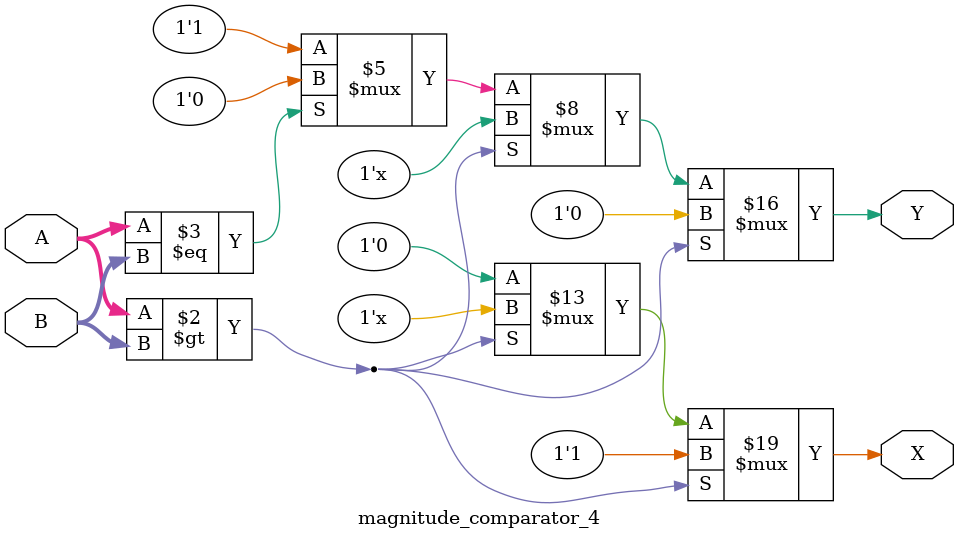
<source format=v>
module magnitude_comparator_4(A, B, X, Y);
	
	input [3:0] A, B;
	output reg X, Y;
	
	always @(A, B)
	begin
	if(A>B)
	begin
		X=1;
		Y=0;
	end
	else if(A==B)
	begin
		X=0;
		Y=0;
	end
	else
	begin
		X=0;
		Y=1;
	end
	end
	
endmodule
	
	

</source>
